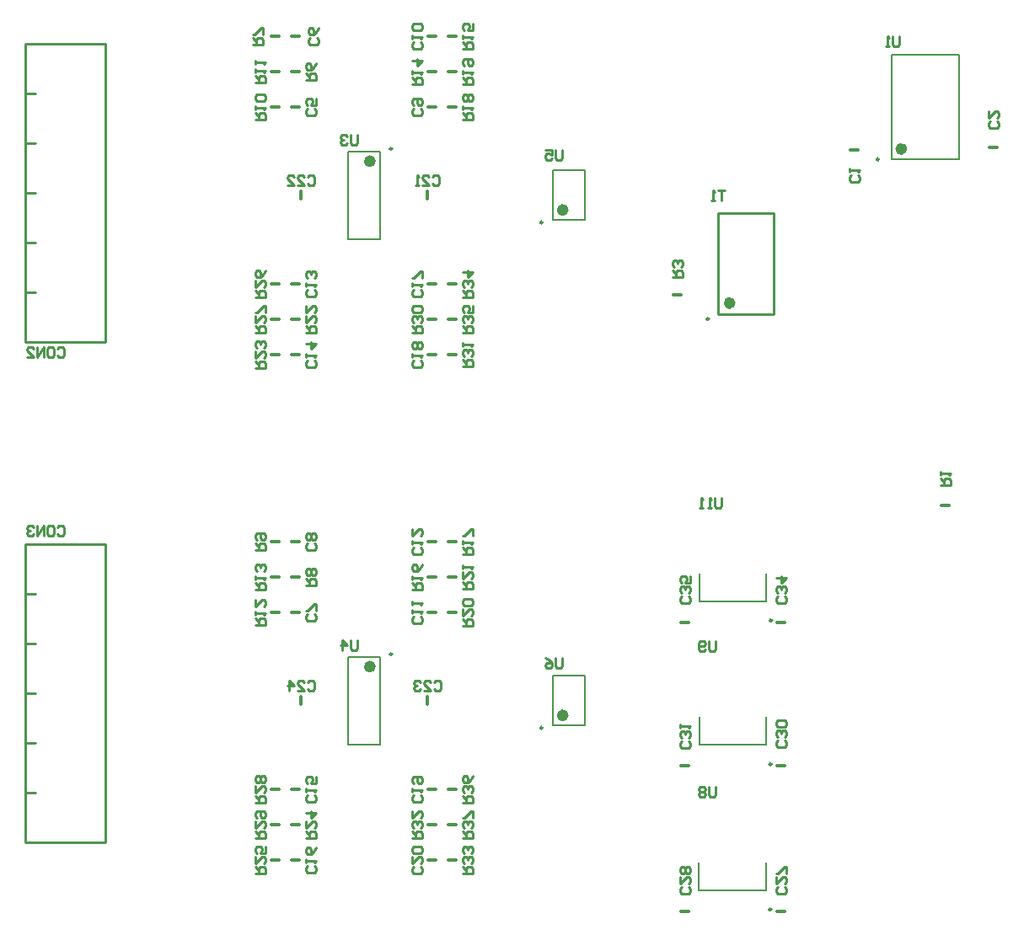
<source format=gbo>
G04*
G04 #@! TF.GenerationSoftware,Altium Limited,Altium Designer,20.1.12 (249)*
G04*
G04 Layer_Color=32896*
%FSLAX25Y25*%
%MOIN*%
G70*
G04*
G04 #@! TF.SameCoordinates,D57583E0-E3EC-44B9-AAA1-F01574734841*
G04*
G04*
G04 #@! TF.FilePolarity,Positive*
G04*
G01*
G75*
%ADD10C,0.01000*%
%ADD11C,0.00984*%
%ADD14C,0.01200*%
%ADD15C,0.00787*%
%ADD68C,0.02362*%
D10*
X579000Y352000D02*
X601000D01*
X579000Y392000D02*
X601000D01*
Y352000D02*
Y392000D01*
X579000Y352000D02*
Y392000D01*
X305252Y260898D02*
X336748D01*
Y142787D02*
Y260898D01*
X305252Y142787D02*
X336748D01*
X305252D02*
Y260898D01*
X305252Y241213D02*
X309189D01*
X305252Y221528D02*
X309189D01*
X305252Y201842D02*
X309189D01*
X305252Y182158D02*
X309189D01*
X305252Y162472D02*
X309189D01*
X305252Y458843D02*
X336748D01*
Y340732D02*
Y458843D01*
X305252Y340732D02*
X336748D01*
X305252D02*
Y458843D01*
X305252Y439157D02*
X309189D01*
X305252Y419472D02*
X309189D01*
X305252Y399787D02*
X309189D01*
X305252Y380102D02*
X309189D01*
X305252Y360417D02*
X309189D01*
X580300Y279299D02*
Y275966D01*
X579634Y275300D01*
X578301D01*
X577634Y275966D01*
Y279299D01*
X576301Y275300D02*
X574968D01*
X575635D01*
Y279299D01*
X576301Y278632D01*
X572969Y275300D02*
X571636D01*
X572303D01*
Y279299D01*
X572969Y278632D01*
X578200Y222399D02*
Y219066D01*
X577534Y218400D01*
X576201D01*
X575534Y219066D01*
Y222399D01*
X574201Y219066D02*
X573535Y218400D01*
X572202D01*
X571535Y219066D01*
Y221732D01*
X572202Y222399D01*
X573535D01*
X574201Y221732D01*
Y221066D01*
X573535Y220399D01*
X571535D01*
X578100Y164899D02*
Y161566D01*
X577434Y160900D01*
X576101D01*
X575434Y161566D01*
Y164899D01*
X574101Y164232D02*
X573435Y164899D01*
X572102D01*
X571435Y164232D01*
Y163566D01*
X572102Y162899D01*
X571435Y162233D01*
Y161566D01*
X572102Y160900D01*
X573435D01*
X574101Y161566D01*
Y162233D01*
X573435Y162899D01*
X574101Y163566D01*
Y164232D01*
X573435Y162899D02*
X572102D01*
X517332Y215999D02*
Y212667D01*
X516666Y212001D01*
X515333D01*
X514666Y212667D01*
Y215999D01*
X510668D02*
X512001Y215333D01*
X513334Y214000D01*
Y212667D01*
X512667Y212001D01*
X511334D01*
X510668Y212667D01*
Y213334D01*
X511334Y214000D01*
X513334D01*
X517332Y416999D02*
Y413667D01*
X516666Y413001D01*
X515333D01*
X514666Y413667D01*
Y416999D01*
X510668D02*
X513334D01*
Y415000D01*
X512001Y415666D01*
X511334D01*
X510668Y415000D01*
Y413667D01*
X511334Y413001D01*
X512667D01*
X513334Y413667D01*
X436332Y222999D02*
Y219667D01*
X435666Y219001D01*
X434333D01*
X433666Y219667D01*
Y222999D01*
X430334Y219001D02*
Y222999D01*
X432334Y221000D01*
X429668D01*
X436332Y422999D02*
Y419667D01*
X435666Y419001D01*
X434333D01*
X433666Y419667D01*
Y422999D01*
X432334Y422333D02*
X431667Y422999D01*
X430334D01*
X429668Y422333D01*
Y421666D01*
X430334Y421000D01*
X431001D01*
X430334D01*
X429668Y420334D01*
Y419667D01*
X430334Y419001D01*
X431667D01*
X432334Y419667D01*
X650666Y461999D02*
Y458667D01*
X649999Y458001D01*
X648666D01*
X648000Y458667D01*
Y461999D01*
X646667Y458001D02*
X645334D01*
X646001D01*
Y461999D01*
X646667Y461333D01*
X581666Y400999D02*
X579000D01*
X580333D01*
Y397001D01*
X577667D02*
X576334D01*
X577001D01*
Y400999D01*
X577667Y400333D01*
X478001Y144668D02*
X481999D01*
Y146668D01*
X481333Y147334D01*
X480000D01*
X479333Y146668D01*
Y144668D01*
Y146001D02*
X478001Y147334D01*
X481333Y148667D02*
X481999Y149334D01*
Y150666D01*
X481333Y151333D01*
X480666D01*
X480000Y150666D01*
Y150000D01*
Y150666D01*
X479333Y151333D01*
X478667D01*
X478001Y150666D01*
Y149334D01*
X478667Y148667D01*
X481999Y152666D02*
Y155332D01*
X481333D01*
X478667Y152666D01*
X478001D01*
Y158668D02*
X481999D01*
Y160668D01*
X481333Y161334D01*
X480000D01*
X479333Y160668D01*
Y158668D01*
Y160001D02*
X478001Y161334D01*
X481333Y162667D02*
X481999Y163333D01*
Y164666D01*
X481333Y165333D01*
X480666D01*
X480000Y164666D01*
Y164000D01*
Y164666D01*
X479333Y165333D01*
X478667D01*
X478001Y164666D01*
Y163333D01*
X478667Y162667D01*
X481999Y169332D02*
X481333Y167999D01*
X480000Y166666D01*
X478667D01*
X478001Y167332D01*
Y168665D01*
X478667Y169332D01*
X479333D01*
X480000Y168665D01*
Y166666D01*
X478001Y344668D02*
X481999D01*
Y346668D01*
X481333Y347334D01*
X480000D01*
X479333Y346668D01*
Y344668D01*
Y346001D02*
X478001Y347334D01*
X481333Y348667D02*
X481999Y349334D01*
Y350666D01*
X481333Y351333D01*
X480666D01*
X480000Y350666D01*
Y350000D01*
Y350666D01*
X479333Y351333D01*
X478667D01*
X478001Y350666D01*
Y349334D01*
X478667Y348667D01*
X481999Y355332D02*
Y352666D01*
X480000D01*
X480666Y353999D01*
Y354665D01*
X480000Y355332D01*
X478667D01*
X478001Y354665D01*
Y353332D01*
X478667Y352666D01*
X478001Y358668D02*
X481999D01*
Y360668D01*
X481333Y361334D01*
X480000D01*
X479333Y360668D01*
Y358668D01*
Y360001D02*
X478001Y361334D01*
X481333Y362667D02*
X481999Y363334D01*
Y364666D01*
X481333Y365333D01*
X480666D01*
X480000Y364666D01*
Y364000D01*
Y364666D01*
X479333Y365333D01*
X478667D01*
X478001Y364666D01*
Y363334D01*
X478667Y362667D01*
X478001Y368665D02*
X481999D01*
X480000Y366666D01*
Y369332D01*
X478001Y130668D02*
X481999D01*
Y132668D01*
X481333Y133334D01*
X480000D01*
X479333Y132668D01*
Y130668D01*
Y132001D02*
X478001Y133334D01*
X481333Y134667D02*
X481999Y135334D01*
Y136666D01*
X481333Y137333D01*
X480666D01*
X480000Y136666D01*
Y136000D01*
Y136666D01*
X479333Y137333D01*
X478667D01*
X478001Y136666D01*
Y135334D01*
X478667Y134667D01*
X481333Y138666D02*
X481999Y139332D01*
Y140665D01*
X481333Y141332D01*
X480666D01*
X480000Y140665D01*
Y139999D01*
Y140665D01*
X479333Y141332D01*
X478667D01*
X478001Y140665D01*
Y139332D01*
X478667Y138666D01*
X458001Y144668D02*
X461999D01*
Y146668D01*
X461333Y147334D01*
X460000D01*
X459334Y146668D01*
Y144668D01*
Y146001D02*
X458001Y147334D01*
X461333Y148667D02*
X461999Y149334D01*
Y150666D01*
X461333Y151333D01*
X460666D01*
X460000Y150666D01*
Y150000D01*
Y150666D01*
X459334Y151333D01*
X458667D01*
X458001Y150666D01*
Y149334D01*
X458667Y148667D01*
X458001Y155332D02*
Y152666D01*
X460666Y155332D01*
X461333D01*
X461999Y154665D01*
Y153332D01*
X461333Y152666D01*
X478001Y331335D02*
X481999D01*
Y333334D01*
X481333Y334001D01*
X480000D01*
X479333Y333334D01*
Y331335D01*
Y332668D02*
X478001Y334001D01*
X481333Y335333D02*
X481999Y336000D01*
Y337333D01*
X481333Y337999D01*
X480666D01*
X480000Y337333D01*
Y336666D01*
Y337333D01*
X479333Y337999D01*
X478667D01*
X478001Y337333D01*
Y336000D01*
X478667Y335333D01*
X478001Y339332D02*
Y340665D01*
Y339999D01*
X481999D01*
X481333Y339332D01*
X458001Y344668D02*
X461999D01*
Y346668D01*
X461333Y347334D01*
X460000D01*
X459334Y346668D01*
Y344668D01*
Y346001D02*
X458001Y347334D01*
X461333Y348667D02*
X461999Y349334D01*
Y350666D01*
X461333Y351333D01*
X460666D01*
X460000Y350666D01*
Y350000D01*
Y350666D01*
X459334Y351333D01*
X458667D01*
X458001Y350666D01*
Y349334D01*
X458667Y348667D01*
X461333Y352666D02*
X461999Y353332D01*
Y354665D01*
X461333Y355332D01*
X458667D01*
X458001Y354665D01*
Y353332D01*
X458667Y352666D01*
X461333D01*
X396001Y144668D02*
X399999D01*
Y146668D01*
X399333Y147334D01*
X398000D01*
X397334Y146668D01*
Y144668D01*
Y146001D02*
X396001Y147334D01*
Y151333D02*
Y148667D01*
X398666Y151333D01*
X399333D01*
X399999Y150666D01*
Y149334D01*
X399333Y148667D01*
X396667Y152666D02*
X396001Y153332D01*
Y154665D01*
X396667Y155332D01*
X399333D01*
X399999Y154665D01*
Y153332D01*
X399333Y152666D01*
X398666D01*
X398000Y153332D01*
Y155332D01*
X396001Y158668D02*
X399999D01*
Y160668D01*
X399333Y161334D01*
X398000D01*
X397334Y160668D01*
Y158668D01*
Y160001D02*
X396001Y161334D01*
Y165333D02*
Y162667D01*
X398666Y165333D01*
X399333D01*
X399999Y164666D01*
Y163333D01*
X399333Y162667D01*
Y166666D02*
X399999Y167332D01*
Y168665D01*
X399333Y169332D01*
X398666D01*
X398000Y168665D01*
X397334Y169332D01*
X396667D01*
X396001Y168665D01*
Y167332D01*
X396667Y166666D01*
X397334D01*
X398000Y167332D01*
X398666Y166666D01*
X399333D01*
X398000Y167332D02*
Y168665D01*
X396001Y344668D02*
X399999D01*
Y346668D01*
X399333Y347334D01*
X398000D01*
X397334Y346668D01*
Y344668D01*
Y346001D02*
X396001Y347334D01*
Y351333D02*
Y348667D01*
X398666Y351333D01*
X399333D01*
X399999Y350666D01*
Y349334D01*
X399333Y348667D01*
X399999Y352666D02*
Y355332D01*
X399333D01*
X396667Y352666D01*
X396001D01*
Y358668D02*
X399999D01*
Y360668D01*
X399333Y361334D01*
X398000D01*
X397334Y360668D01*
Y358668D01*
Y360001D02*
X396001Y361334D01*
Y365333D02*
Y362667D01*
X398666Y365333D01*
X399333D01*
X399999Y364666D01*
Y363334D01*
X399333Y362667D01*
X399999Y369332D02*
X399333Y367999D01*
X398000Y366666D01*
X396667D01*
X396001Y367332D01*
Y368665D01*
X396667Y369332D01*
X397334D01*
X398000Y368665D01*
Y366666D01*
X396001Y130668D02*
X399999D01*
Y132668D01*
X399333Y133334D01*
X398000D01*
X397334Y132668D01*
Y130668D01*
Y132001D02*
X396001Y133334D01*
Y137333D02*
Y134667D01*
X398666Y137333D01*
X399333D01*
X399999Y136666D01*
Y135334D01*
X399333Y134667D01*
X399999Y141332D02*
Y138666D01*
X398000D01*
X398666Y139999D01*
Y140665D01*
X398000Y141332D01*
X396667D01*
X396001Y140665D01*
Y139332D01*
X396667Y138666D01*
X416001Y144668D02*
X419999D01*
Y146668D01*
X419333Y147334D01*
X418000D01*
X417334Y146668D01*
Y144668D01*
Y146001D02*
X416001Y147334D01*
Y151333D02*
Y148667D01*
X418666Y151333D01*
X419333D01*
X419999Y150666D01*
Y149334D01*
X419333Y148667D01*
X416001Y154665D02*
X419999D01*
X418000Y152666D01*
Y155332D01*
X396001Y330668D02*
X399999D01*
Y332668D01*
X399333Y333334D01*
X398000D01*
X397334Y332668D01*
Y330668D01*
Y332001D02*
X396001Y333334D01*
Y337333D02*
Y334667D01*
X398666Y337333D01*
X399333D01*
X399999Y336666D01*
Y335333D01*
X399333Y334667D01*
Y338666D02*
X399999Y339332D01*
Y340665D01*
X399333Y341332D01*
X398666D01*
X398000Y340665D01*
Y339999D01*
Y340665D01*
X397334Y341332D01*
X396667D01*
X396001Y340665D01*
Y339332D01*
X396667Y338666D01*
X416001Y344668D02*
X419999D01*
Y346668D01*
X419333Y347334D01*
X418000D01*
X417334Y346668D01*
Y344668D01*
Y346001D02*
X416001Y347334D01*
Y351333D02*
Y348667D01*
X418666Y351333D01*
X419333D01*
X419999Y350666D01*
Y349334D01*
X419333Y348667D01*
X416001Y355332D02*
Y352666D01*
X418666Y355332D01*
X419333D01*
X419999Y354665D01*
Y353332D01*
X419333Y352666D01*
X478001Y243335D02*
X481999D01*
Y245334D01*
X481333Y246001D01*
X480000D01*
X479333Y245334D01*
Y243335D01*
Y244668D02*
X478001Y246001D01*
Y249999D02*
Y247334D01*
X480666Y249999D01*
X481333D01*
X481999Y249333D01*
Y248000D01*
X481333Y247334D01*
X478001Y251332D02*
Y252665D01*
Y251999D01*
X481999D01*
X481333Y251332D01*
X478001Y228668D02*
X481999D01*
Y230668D01*
X481333Y231334D01*
X480000D01*
X479333Y230668D01*
Y228668D01*
Y230001D02*
X478001Y231334D01*
Y235333D02*
Y232667D01*
X480666Y235333D01*
X481333D01*
X481999Y234666D01*
Y233333D01*
X481333Y232667D01*
Y236666D02*
X481999Y237332D01*
Y238665D01*
X481333Y239332D01*
X478667D01*
X478001Y238665D01*
Y237332D01*
X478667Y236666D01*
X481333D01*
X478001Y443002D02*
X481999D01*
Y445001D01*
X481333Y445667D01*
X480000D01*
X479334Y445001D01*
Y443002D01*
Y444335D02*
X478001Y445667D01*
Y447000D02*
Y448333D01*
Y447667D01*
X481999D01*
X481333Y447000D01*
X478667Y450333D02*
X478001Y450999D01*
Y452332D01*
X478667Y452998D01*
X481333D01*
X481999Y452332D01*
Y450999D01*
X481333Y450333D01*
X480666D01*
X480000Y450999D01*
Y452998D01*
X478001Y429002D02*
X481999D01*
Y431001D01*
X481333Y431667D01*
X480000D01*
X479334Y431001D01*
Y429002D01*
Y430335D02*
X478001Y431667D01*
Y433000D02*
Y434333D01*
Y433667D01*
X481999D01*
X481333Y433000D01*
Y436333D02*
X481999Y436999D01*
Y438332D01*
X481333Y438998D01*
X480666D01*
X480000Y438332D01*
X479334Y438998D01*
X478667D01*
X478001Y438332D01*
Y436999D01*
X478667Y436333D01*
X479334D01*
X480000Y436999D01*
X480666Y436333D01*
X481333D01*
X480000Y436999D02*
Y438332D01*
X478001Y257002D02*
X481999D01*
Y259001D01*
X481333Y259667D01*
X480000D01*
X479334Y259001D01*
Y257002D01*
Y258334D02*
X478001Y259667D01*
Y261000D02*
Y262333D01*
Y261667D01*
X481999D01*
X481333Y261000D01*
X481999Y264333D02*
Y266998D01*
X481333D01*
X478667Y264333D01*
X478001D01*
X458001Y243002D02*
X461999D01*
Y245001D01*
X461333Y245667D01*
X460000D01*
X459334Y245001D01*
Y243002D01*
Y244335D02*
X458001Y245667D01*
Y247000D02*
Y248333D01*
Y247667D01*
X461999D01*
X461333Y247000D01*
X461999Y252998D02*
X461333Y251665D01*
X460000Y250333D01*
X458667D01*
X458001Y250999D01*
Y252332D01*
X458667Y252998D01*
X459334D01*
X460000Y252332D01*
Y250333D01*
X478001Y457002D02*
X481999D01*
Y459001D01*
X481333Y459667D01*
X480000D01*
X479334Y459001D01*
Y457002D01*
Y458334D02*
X478001Y459667D01*
Y461000D02*
Y462333D01*
Y461667D01*
X481999D01*
X481333Y461000D01*
X481999Y466998D02*
Y464333D01*
X480000D01*
X480666Y465665D01*
Y466332D01*
X480000Y466998D01*
X478667D01*
X478001Y466332D01*
Y464999D01*
X478667Y464333D01*
X458001Y443002D02*
X461999D01*
Y445001D01*
X461333Y445667D01*
X460000D01*
X459334Y445001D01*
Y443002D01*
Y444335D02*
X458001Y445667D01*
Y447000D02*
Y448333D01*
Y447667D01*
X461999D01*
X461333Y447000D01*
X458001Y452332D02*
X461999D01*
X460000Y450333D01*
Y452998D01*
X396001Y243002D02*
X399999D01*
Y245001D01*
X399333Y245667D01*
X398000D01*
X397334Y245001D01*
Y243002D01*
Y244335D02*
X396001Y245667D01*
Y247000D02*
Y248333D01*
Y247667D01*
X399999D01*
X399333Y247000D01*
Y250333D02*
X399999Y250999D01*
Y252332D01*
X399333Y252998D01*
X398666D01*
X398000Y252332D01*
Y251665D01*
Y252332D01*
X397334Y252998D01*
X396667D01*
X396001Y252332D01*
Y250999D01*
X396667Y250333D01*
X396001Y229002D02*
X399999D01*
Y231001D01*
X399333Y231667D01*
X398000D01*
X397334Y231001D01*
Y229002D01*
Y230334D02*
X396001Y231667D01*
Y233000D02*
Y234333D01*
Y233667D01*
X399999D01*
X399333Y233000D01*
X396001Y238998D02*
Y236333D01*
X398666Y238998D01*
X399333D01*
X399999Y238332D01*
Y236999D01*
X399333Y236333D01*
X396001Y443668D02*
X399999D01*
Y445667D01*
X399333Y446334D01*
X398000D01*
X397334Y445667D01*
Y443668D01*
Y445001D02*
X396001Y446334D01*
Y447667D02*
Y449000D01*
Y448333D01*
X399999D01*
X399333Y447667D01*
X396001Y450999D02*
Y452332D01*
Y451665D01*
X399999D01*
X399333Y450999D01*
X396001Y429002D02*
X399999D01*
Y431001D01*
X399333Y431667D01*
X398000D01*
X397334Y431001D01*
Y429002D01*
Y430335D02*
X396001Y431667D01*
Y433000D02*
Y434333D01*
Y433667D01*
X399999D01*
X399333Y433000D01*
Y436333D02*
X399999Y436999D01*
Y438332D01*
X399333Y438998D01*
X396667D01*
X396001Y438332D01*
Y436999D01*
X396667Y436333D01*
X399333D01*
X396001Y258668D02*
X399999D01*
Y260667D01*
X399333Y261334D01*
X398000D01*
X397334Y260667D01*
Y258668D01*
Y260001D02*
X396001Y261334D01*
X396667Y262667D02*
X396001Y263333D01*
Y264666D01*
X396667Y265332D01*
X399333D01*
X399999Y264666D01*
Y263333D01*
X399333Y262667D01*
X398666D01*
X398000Y263333D01*
Y265332D01*
X416001Y244668D02*
X419999D01*
Y246667D01*
X419333Y247334D01*
X418000D01*
X417334Y246667D01*
Y244668D01*
Y246001D02*
X416001Y247334D01*
X419333Y248667D02*
X419999Y249333D01*
Y250666D01*
X419333Y251332D01*
X418666D01*
X418000Y250666D01*
X417334Y251332D01*
X416667D01*
X416001Y250666D01*
Y249333D01*
X416667Y248667D01*
X417334D01*
X418000Y249333D01*
X418666Y248667D01*
X419333D01*
X418000Y249333D02*
Y250666D01*
X395031Y458668D02*
X399029D01*
Y460667D01*
X398363Y461334D01*
X397030D01*
X396363Y460667D01*
Y458668D01*
Y460001D02*
X395031Y461334D01*
X399029Y462667D02*
Y465332D01*
X398363D01*
X395697Y462667D01*
X395031D01*
X416001Y444455D02*
X419999D01*
Y446454D01*
X419333Y447121D01*
X418000D01*
X417334Y446454D01*
Y444455D01*
Y445788D02*
X416001Y447121D01*
X419999Y451120D02*
X419333Y449787D01*
X418000Y448454D01*
X416667D01*
X416001Y449120D01*
Y450453D01*
X416667Y451120D01*
X417334D01*
X418000Y450453D01*
Y448454D01*
X561001Y366668D02*
X564999D01*
Y368667D01*
X564333Y369334D01*
X563000D01*
X562334Y368667D01*
Y366668D01*
Y368001D02*
X561001Y369334D01*
X564333Y370667D02*
X564999Y371333D01*
Y372666D01*
X564333Y373332D01*
X563666D01*
X563000Y372666D01*
Y371999D01*
Y372666D01*
X562334Y373332D01*
X561667D01*
X561001Y372666D01*
Y371333D01*
X561667Y370667D01*
X667001Y284334D02*
X670999D01*
Y286334D01*
X670333Y287000D01*
X669000D01*
X668334Y286334D01*
Y284334D01*
Y285667D02*
X667001Y287000D01*
Y288333D02*
Y289666D01*
Y288999D01*
X670999D01*
X670333Y288333D01*
X317665Y267388D02*
X318332Y268055D01*
X319665D01*
X320331Y267388D01*
Y264722D01*
X319665Y264056D01*
X318332D01*
X317665Y264722D01*
X314333Y268055D02*
X315666D01*
X316332Y267388D01*
Y264722D01*
X315666Y264056D01*
X314333D01*
X313666Y264722D01*
Y267388D01*
X314333Y268055D01*
X312333Y264056D02*
Y268055D01*
X309668Y264056D01*
Y268055D01*
X308335Y267388D02*
X307668Y268055D01*
X306335D01*
X305669Y267388D01*
Y266722D01*
X306335Y266055D01*
X307002D01*
X306335D01*
X305669Y265389D01*
Y264722D01*
X306335Y264056D01*
X307668D01*
X308335Y264722D01*
X317665Y338333D02*
X318332Y338999D01*
X319665D01*
X320331Y338333D01*
Y335667D01*
X319665Y335001D01*
X318332D01*
X317665Y335667D01*
X314333Y338999D02*
X315666D01*
X316332Y338333D01*
Y335667D01*
X315666Y335001D01*
X314333D01*
X313666Y335667D01*
Y338333D01*
X314333Y338999D01*
X312333Y335001D02*
Y338999D01*
X309668Y335001D01*
Y338999D01*
X305669Y335001D02*
X308335D01*
X305669Y337666D01*
Y338333D01*
X306335Y338999D01*
X307668D01*
X308335Y338333D01*
X567333Y240334D02*
X567999Y239668D01*
Y238335D01*
X567333Y237668D01*
X564667D01*
X564001Y238335D01*
Y239668D01*
X564667Y240334D01*
X567333Y241667D02*
X567999Y242334D01*
Y243666D01*
X567333Y244333D01*
X566666D01*
X566000Y243666D01*
Y243000D01*
Y243666D01*
X565334Y244333D01*
X564667D01*
X564001Y243666D01*
Y242334D01*
X564667Y241667D01*
X567999Y248332D02*
Y245666D01*
X566000D01*
X566666Y246999D01*
Y247665D01*
X566000Y248332D01*
X564667D01*
X564001Y247665D01*
Y246332D01*
X564667Y245666D01*
X605333Y240334D02*
X605999Y239668D01*
Y238335D01*
X605333Y237668D01*
X602667D01*
X602001Y238335D01*
Y239668D01*
X602667Y240334D01*
X605333Y241667D02*
X605999Y242334D01*
Y243666D01*
X605333Y244333D01*
X604666D01*
X604000Y243666D01*
Y243000D01*
Y243666D01*
X603334Y244333D01*
X602667D01*
X602001Y243666D01*
Y242334D01*
X602667Y241667D01*
X602001Y247665D02*
X605999D01*
X604000Y245666D01*
Y248332D01*
X567333Y183001D02*
X567999Y182334D01*
Y181001D01*
X567333Y180335D01*
X564667D01*
X564001Y181001D01*
Y182334D01*
X564667Y183001D01*
X567333Y184334D02*
X567999Y185000D01*
Y186333D01*
X567333Y186999D01*
X566666D01*
X566000Y186333D01*
Y185667D01*
Y186333D01*
X565334Y186999D01*
X564667D01*
X564001Y186333D01*
Y185000D01*
X564667Y184334D01*
X564001Y188332D02*
Y189665D01*
Y188999D01*
X567999D01*
X567333Y188332D01*
X605333Y183334D02*
X605999Y182668D01*
Y181335D01*
X605333Y180668D01*
X602667D01*
X602001Y181335D01*
Y182668D01*
X602667Y183334D01*
X605333Y184667D02*
X605999Y185334D01*
Y186667D01*
X605333Y187333D01*
X604666D01*
X604000Y186667D01*
Y186000D01*
Y186667D01*
X603334Y187333D01*
X602667D01*
X602001Y186667D01*
Y185334D01*
X602667Y184667D01*
X605333Y188666D02*
X605999Y189332D01*
Y190665D01*
X605333Y191332D01*
X602667D01*
X602001Y190665D01*
Y189332D01*
X602667Y188666D01*
X605333D01*
X567333Y125334D02*
X567999Y124668D01*
Y123335D01*
X567333Y122668D01*
X564667D01*
X564001Y123335D01*
Y124668D01*
X564667Y125334D01*
X564001Y129333D02*
Y126667D01*
X566666Y129333D01*
X567333D01*
X567999Y128666D01*
Y127333D01*
X567333Y126667D01*
Y130666D02*
X567999Y131332D01*
Y132665D01*
X567333Y133332D01*
X566666D01*
X566000Y132665D01*
X565334Y133332D01*
X564667D01*
X564001Y132665D01*
Y131332D01*
X564667Y130666D01*
X565334D01*
X566000Y131332D01*
X566666Y130666D01*
X567333D01*
X566000Y131332D02*
Y132665D01*
X605333Y125334D02*
X605999Y124668D01*
Y123335D01*
X605333Y122668D01*
X602667D01*
X602001Y123335D01*
Y124668D01*
X602667Y125334D01*
X602001Y129333D02*
Y126667D01*
X604666Y129333D01*
X605333D01*
X605999Y128666D01*
Y127333D01*
X605333Y126667D01*
X605999Y130666D02*
Y133332D01*
X605333D01*
X602667Y130666D01*
X602001D01*
X416666Y206333D02*
X417332Y206999D01*
X418665D01*
X419332Y206333D01*
Y203667D01*
X418665Y203001D01*
X417332D01*
X416666Y203667D01*
X412667Y203001D02*
X415333D01*
X412667Y205666D01*
Y206333D01*
X413334Y206999D01*
X414666D01*
X415333Y206333D01*
X409335Y203001D02*
Y206999D01*
X411334Y205000D01*
X408668D01*
X466666Y206333D02*
X467332Y206999D01*
X468665D01*
X469332Y206333D01*
Y203667D01*
X468665Y203001D01*
X467332D01*
X466666Y203667D01*
X462667Y203001D02*
X465333D01*
X462667Y205666D01*
Y206333D01*
X463334Y206999D01*
X464666D01*
X465333Y206333D01*
X461334D02*
X460668Y206999D01*
X459335D01*
X458668Y206333D01*
Y205666D01*
X459335Y205000D01*
X460001D01*
X459335D01*
X458668Y204333D01*
Y203667D01*
X459335Y203001D01*
X460668D01*
X461334Y203667D01*
X416666Y406333D02*
X417332Y406999D01*
X418665D01*
X419332Y406333D01*
Y403667D01*
X418665Y403001D01*
X417332D01*
X416666Y403667D01*
X412667Y403001D02*
X415333D01*
X412667Y405666D01*
Y406333D01*
X413334Y406999D01*
X414666D01*
X415333Y406333D01*
X408668Y403001D02*
X411334D01*
X408668Y405666D01*
Y406333D01*
X409335Y406999D01*
X410668D01*
X411334Y406333D01*
X465999D02*
X466666Y406999D01*
X467999D01*
X468665Y406333D01*
Y403667D01*
X467999Y403001D01*
X466666D01*
X465999Y403667D01*
X462001Y403001D02*
X464666D01*
X462001Y405666D01*
Y406333D01*
X462667Y406999D01*
X464000D01*
X464666Y406333D01*
X460668Y403001D02*
X459335D01*
X460001D01*
Y406999D01*
X460668Y406333D01*
X461333Y133334D02*
X461999Y132668D01*
Y131335D01*
X461333Y130668D01*
X458667D01*
X458001Y131335D01*
Y132668D01*
X458667Y133334D01*
X458001Y137333D02*
Y134667D01*
X460666Y137333D01*
X461333D01*
X461999Y136666D01*
Y135334D01*
X461333Y134667D01*
Y138666D02*
X461999Y139332D01*
Y140665D01*
X461333Y141332D01*
X458667D01*
X458001Y140665D01*
Y139332D01*
X458667Y138666D01*
X461333D01*
X461333Y161667D02*
X461999Y161001D01*
Y159668D01*
X461333Y159002D01*
X458667D01*
X458001Y159668D01*
Y161001D01*
X458667Y161667D01*
X458001Y163000D02*
Y164333D01*
Y163667D01*
X461999D01*
X461333Y163000D01*
X458667Y166333D02*
X458001Y166999D01*
Y168332D01*
X458667Y168998D01*
X461333D01*
X461999Y168332D01*
Y166999D01*
X461333Y166333D01*
X460666D01*
X460000Y166999D01*
Y168998D01*
X461333Y333667D02*
X461999Y333001D01*
Y331668D01*
X461333Y331002D01*
X458667D01*
X458001Y331668D01*
Y333001D01*
X458667Y333667D01*
X458001Y335000D02*
Y336333D01*
Y335667D01*
X461999D01*
X461333Y335000D01*
Y338333D02*
X461999Y338999D01*
Y340332D01*
X461333Y340998D01*
X460666D01*
X460000Y340332D01*
X459334Y340998D01*
X458667D01*
X458001Y340332D01*
Y338999D01*
X458667Y338333D01*
X459334D01*
X460000Y338999D01*
X460666Y338333D01*
X461333D01*
X460000Y338999D02*
Y340332D01*
X461333Y361667D02*
X461999Y361001D01*
Y359668D01*
X461333Y359002D01*
X458667D01*
X458001Y359668D01*
Y361001D01*
X458667Y361667D01*
X458001Y363000D02*
Y364333D01*
Y363667D01*
X461999D01*
X461333Y363000D01*
X461999Y366333D02*
Y368998D01*
X461333D01*
X458667Y366333D01*
X458001D01*
X419333Y133667D02*
X419999Y133001D01*
Y131668D01*
X419333Y131002D01*
X416667D01*
X416001Y131668D01*
Y133001D01*
X416667Y133667D01*
X416001Y135000D02*
Y136333D01*
Y135667D01*
X419999D01*
X419333Y135000D01*
X419999Y140998D02*
X419333Y139665D01*
X418000Y138333D01*
X416667D01*
X416001Y138999D01*
Y140332D01*
X416667Y140998D01*
X417334D01*
X418000Y140332D01*
Y138333D01*
X419333Y161667D02*
X419999Y161001D01*
Y159668D01*
X419333Y159002D01*
X416667D01*
X416001Y159668D01*
Y161001D01*
X416667Y161667D01*
X416001Y163000D02*
Y164333D01*
Y163667D01*
X419999D01*
X419333Y163000D01*
X419999Y168998D02*
Y166333D01*
X418000D01*
X418666Y167666D01*
Y168332D01*
X418000Y168998D01*
X416667D01*
X416001Y168332D01*
Y166999D01*
X416667Y166333D01*
X419333Y333667D02*
X419999Y333001D01*
Y331668D01*
X419333Y331002D01*
X416667D01*
X416001Y331668D01*
Y333001D01*
X416667Y333667D01*
X416001Y335000D02*
Y336333D01*
Y335667D01*
X419999D01*
X419333Y335000D01*
X416001Y340332D02*
X419999D01*
X418000Y338333D01*
Y340998D01*
X419333Y361667D02*
X419999Y361001D01*
Y359668D01*
X419333Y359002D01*
X416667D01*
X416001Y359668D01*
Y361001D01*
X416667Y361667D01*
X416001Y363000D02*
Y364333D01*
Y363667D01*
X419999D01*
X419333Y363000D01*
Y366333D02*
X419999Y366999D01*
Y368332D01*
X419333Y368998D01*
X418666D01*
X418000Y368332D01*
Y367666D01*
Y368332D01*
X417334Y368998D01*
X416667D01*
X416001Y368332D01*
Y366999D01*
X416667Y366333D01*
X461333Y259667D02*
X461999Y259001D01*
Y257668D01*
X461333Y257002D01*
X458667D01*
X458001Y257668D01*
Y259001D01*
X458667Y259667D01*
X458001Y261000D02*
Y262333D01*
Y261667D01*
X461999D01*
X461333Y261000D01*
X458001Y266998D02*
Y264333D01*
X460666Y266998D01*
X461333D01*
X461999Y266332D01*
Y264999D01*
X461333Y264333D01*
Y232334D02*
X461999Y231667D01*
Y230334D01*
X461333Y229668D01*
X458667D01*
X458001Y230334D01*
Y231667D01*
X458667Y232334D01*
X458001Y233667D02*
Y235000D01*
Y234333D01*
X461999D01*
X461333Y233667D01*
X458001Y236999D02*
Y238332D01*
Y237666D01*
X461999D01*
X461333Y236999D01*
Y459667D02*
X461999Y459001D01*
Y457668D01*
X461333Y457002D01*
X458667D01*
X458001Y457668D01*
Y459001D01*
X458667Y459667D01*
X458001Y461000D02*
Y462333D01*
Y461667D01*
X461999D01*
X461333Y461000D01*
Y464333D02*
X461999Y464999D01*
Y466332D01*
X461333Y466998D01*
X458667D01*
X458001Y466332D01*
Y464999D01*
X458667Y464333D01*
X461333D01*
Y433334D02*
X461999Y432667D01*
Y431334D01*
X461333Y430668D01*
X458667D01*
X458001Y431334D01*
Y432667D01*
X458667Y433334D01*
Y434666D02*
X458001Y435333D01*
Y436666D01*
X458667Y437332D01*
X461333D01*
X461999Y436666D01*
Y435333D01*
X461333Y434666D01*
X460666D01*
X460000Y435333D01*
Y437332D01*
X419333Y261334D02*
X419999Y260667D01*
Y259334D01*
X419333Y258668D01*
X416667D01*
X416001Y259334D01*
Y260667D01*
X416667Y261334D01*
X419333Y262667D02*
X419999Y263333D01*
Y264666D01*
X419333Y265332D01*
X418666D01*
X418000Y264666D01*
X417334Y265332D01*
X416667D01*
X416001Y264666D01*
Y263333D01*
X416667Y262667D01*
X417334D01*
X418000Y263333D01*
X418666Y262667D01*
X419333D01*
X418000Y263333D02*
Y264666D01*
X419333Y233334D02*
X419999Y232667D01*
Y231334D01*
X419333Y230668D01*
X416667D01*
X416001Y231334D01*
Y232667D01*
X416667Y233334D01*
X419999Y234666D02*
Y237332D01*
X419333D01*
X416667Y234666D01*
X416001D01*
X420333Y461334D02*
X420999Y460667D01*
Y459334D01*
X420333Y458668D01*
X417667D01*
X417001Y459334D01*
Y460667D01*
X417667Y461334D01*
X420999Y465332D02*
X420333Y463999D01*
X419000Y462667D01*
X417667D01*
X417001Y463333D01*
Y464666D01*
X417667Y465332D01*
X418334D01*
X419000Y464666D01*
Y462667D01*
X419333Y433334D02*
X419999Y432667D01*
Y431334D01*
X419333Y430668D01*
X416667D01*
X416001Y431334D01*
Y432667D01*
X416667Y433334D01*
X419999Y437332D02*
Y434666D01*
X418000D01*
X418666Y435999D01*
Y436666D01*
X418000Y437332D01*
X416667D01*
X416001Y436666D01*
Y435333D01*
X416667Y434666D01*
X689333Y428334D02*
X689999Y427667D01*
Y426334D01*
X689333Y425668D01*
X686667D01*
X686001Y426334D01*
Y427667D01*
X686667Y428334D01*
X686001Y432332D02*
Y429667D01*
X688666Y432332D01*
X689333D01*
X689999Y431666D01*
Y430333D01*
X689333Y429667D01*
X634333Y407000D02*
X634999Y406334D01*
Y405001D01*
X634333Y404334D01*
X631667D01*
X631001Y405001D01*
Y406334D01*
X631667Y407000D01*
X631001Y408333D02*
Y409666D01*
Y408999D01*
X634999D01*
X634333Y408333D01*
D11*
X509764Y388154D02*
G03*
X509764Y388154I-492J0D01*
G01*
X642791Y413154D02*
G03*
X642791Y413154I-492J0D01*
G01*
X575492Y350000D02*
G03*
X575492Y350000I-492J0D01*
G01*
X509764Y188154D02*
G03*
X509764Y188154I-492J0D01*
G01*
X450220Y217347D02*
G03*
X450220Y217347I-492J0D01*
G01*
Y417346D02*
G03*
X450220Y417346I-492J0D01*
G01*
X600453Y230693D02*
G03*
X600453Y230693I-492J0D01*
G01*
X600253Y116293D02*
G03*
X600253Y116293I-492J0D01*
G01*
X600353Y173793D02*
G03*
X600353Y173793I-492J0D01*
G01*
D14*
X464500Y248000D02*
X467500D01*
X464500Y234000D02*
X467500D01*
X464500Y262000D02*
X467500D01*
X667500Y276346D02*
X670500D01*
X472500Y262000D02*
X475500D01*
X472500Y248000D02*
X475500D01*
X410500D02*
X413500D01*
X410500Y262000D02*
X413500D01*
X410500Y234000D02*
X413500D01*
X402500Y262000D02*
X405500D01*
X402500Y248000D02*
X405500D01*
X410500Y164000D02*
X413500D01*
X410500Y150000D02*
X413500D01*
X410500Y136000D02*
X413500D01*
X402500D02*
X405500D01*
X402500Y164000D02*
X405500D01*
X402500Y150000D02*
X405500D01*
X464500D02*
X467500D01*
X464500Y164000D02*
X467500D01*
X464500Y136000D02*
X467500D01*
X472500D02*
X475500D01*
X472500Y150000D02*
X475500D01*
X402500Y234000D02*
X405500D01*
X472500Y164000D02*
X475500D01*
X472500Y234000D02*
X475500D01*
X410500Y350000D02*
X413500D01*
X410500Y336000D02*
X413500D01*
X402500D02*
X405500D01*
X402500Y350000D02*
X405500D01*
X410500Y364000D02*
X413500D01*
X402500D02*
X405500D01*
X464500Y350000D02*
X467500D01*
X464500Y364000D02*
X467500D01*
X472500D02*
X475500D01*
X472500Y350000D02*
X475500D01*
X464500Y336000D02*
X467500D01*
X472500D02*
X475500D01*
X414000Y197500D02*
Y200500D01*
X464000Y197500D02*
Y200500D01*
Y397500D02*
Y400500D01*
X414000Y397500D02*
Y400500D01*
X464500Y448000D02*
X467500D01*
X464500Y434000D02*
X467500D01*
X472500D02*
X475500D01*
X472500Y448000D02*
X475500D01*
X472500Y462000D02*
X475500D01*
X464500D02*
X467500D01*
X410500Y448000D02*
X413500D01*
X410500Y434000D02*
X413500D01*
X402500Y448000D02*
X405500D01*
X402500Y434000D02*
X405500D01*
X402500Y462000D02*
X405500D01*
X410500D02*
X413500D01*
X561500Y359653D02*
X564500D01*
X686500Y418000D02*
X689500D01*
X631500Y417000D02*
X634500D01*
X564500Y230000D02*
X567500D01*
X564300Y115600D02*
X567300D01*
X564400Y173100D02*
X567400D01*
X602500Y230000D02*
X605500D01*
X602300Y115600D02*
X605300D01*
X602400Y173100D02*
X605400D01*
D15*
X513701Y408843D02*
X526299D01*
X513701Y389158D02*
X526299D01*
Y408843D01*
X513701Y389158D02*
Y408843D01*
X647614Y413331D02*
Y454669D01*
X674386Y413331D02*
Y454669D01*
X647614Y413331D02*
X674386D01*
X647614Y454669D02*
X674386D01*
X513701Y208842D02*
X526299D01*
X513701Y189157D02*
X526299D01*
Y208842D01*
X513701Y189157D02*
Y208842D01*
X432701Y181677D02*
X445299D01*
X432701Y216323D02*
X445299D01*
X432701Y181677D02*
Y216323D01*
X445299Y181677D02*
Y216323D01*
Y381677D02*
Y416323D01*
X432701Y381677D02*
Y416323D01*
X445299D01*
X432701Y381677D02*
X445299D01*
X598235Y238350D02*
Y249295D01*
X571766Y238350D02*
Y249295D01*
Y238350D02*
X598235D01*
X598035Y123950D02*
Y134895D01*
X571566Y123950D02*
Y134895D01*
Y123950D02*
X598035D01*
X598135Y181450D02*
Y192395D01*
X571666Y181450D02*
Y192395D01*
Y181450D02*
X598135D01*
D68*
X518819Y393094D02*
G03*
X518819Y393094I-1181J0D01*
G01*
X652732Y417268D02*
G03*
X652732Y417268I-1181J0D01*
G01*
X584819Y356252D02*
G03*
X584819Y356252I-1181J0D01*
G01*
X518819Y193095D02*
G03*
X518819Y193095I-1181J0D01*
G01*
X442543Y212386D02*
G03*
X442543Y212386I-1181J0D01*
G01*
Y412386D02*
G03*
X442543Y412386I-1181J0D01*
G01*
M02*

</source>
